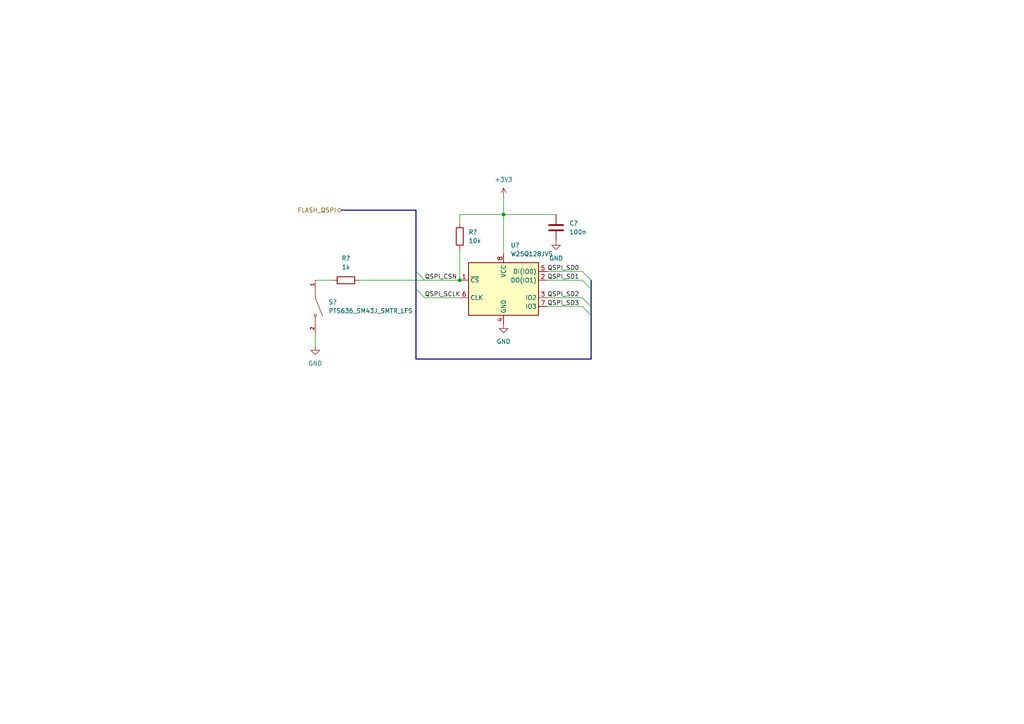
<source format=kicad_sch>
(kicad_sch (version 20211123) (generator eeschema)
  (paper "A4")
  (lib_symbols
    (symbol "Device:C" (pin_numbers hide) (pin_names (offset 0.254))
      (property "Reference" "C" (at 0.635 2.54 0))
      (property "Value" "C" (at 0.635 -2.54 0))
      (symbol "C_0_1"
        (polyline (pts (xy -2.032 -0.762) (xy 2.032 -0.762)) (stroke (width 0.508)))
        (polyline (pts (xy -2.032 0.762) (xy 2.032 0.762)) (stroke (width 0.508)))
      )
      (symbol "C_1_1"
        (pin passive line (at 0 3.81 270) (length 2.794) (name "~") (number "1"))
        (pin passive line (at 0 -3.81 90) (length 2.794) (name "~") (number "2"))
      )
    )
    (symbol "Device:R" (pin_numbers hide) (pin_names (offset 0))
      (property "Reference" "R" (at 2.032 0 90))
      (property "Value" "R" (at 0 0 90))
      (symbol "R_0_1"
        (rectangle (start -1.016 -2.54) (end 1.016 2.54) (stroke (width 0.254)))
      )
      (symbol "R_1_1"
        (pin passive line (at 0 3.81 270) (length 1.27) (name "~") (number "1"))
        (pin passive line (at 0 -3.81 90) (length 1.27) (name "~") (number "2"))
      )
    )
    (symbol "Memory_Flash:W25Q128JVS"
      (property "Reference" "U" (at -8.89 8.89 0))
      (property "Value" "W25Q128JVS" (at 7.62 8.89 0))
      (symbol "W25Q128JVS_0_1"
        (rectangle (start -10.16 7.62) (end 10.16 -7.62) (stroke (width 0.254)) (fill (type background)))
      )
      (symbol "W25Q128JVS_1_1"
        (pin input line (at -12.7 2.54 0) (length 2.54) (name "~{CS}") (number "1"))
        (pin bidirectional line (at 12.7 2.54 180) (length 2.54) (name "DO(IO1)") (number "2"))
        (pin bidirectional line (at 12.7 -2.54 180) (length 2.54) (name "IO2") (number "3"))
        (pin power_in line (at 0 -10.16 90) (length 2.54) (name "GND") (number "4"))
        (pin bidirectional line (at 12.7 5.08 180) (length 2.54) (name "DI(IO0)") (number "5"))
        (pin input line (at -12.7 -2.54 0) (length 2.54) (name "CLK") (number "6"))
        (pin bidirectional line (at 12.7 -5.08 180) (length 2.54) (name "IO3") (number "7"))
        (pin power_in line (at 0 10.16 270) (length 2.54) (name "VCC") (number "8"))
      )
    )
    (symbol "PTS636_SM43J_SMTR_LFS:PTS636_SM43J_SMTR_LFS" (pin_names (offset 1.016) hide)
      (property "Reference" "S" (at -2.54 2.54 0))
      (property "Value" "PTS636_SM43J_SMTR_LFS" (at -2.54 -2.54 0))
      (symbol "PTS636_SM43J_SMTR_LFS_0_0"
        (polyline (pts (xy -2.54 0) (xy -5.08 0)) (stroke (width 0.1524)))
        (polyline (pts (xy -2.54 0) (xy 2.794 2.1336)) (stroke (width 0.1524)))
        (polyline (pts (xy 5.08 0) (xy 2.921 0)) (stroke (width 0.1524)))
        (circle (center 2.54 0) (radius 0.3302) (stroke (width 0.1524)))
        (pin passive line (at -7.62 0 0) (length 2.54) (name "~") (number "1"))
        (pin passive line (at 7.62 0 180) (length 2.54) (name "~") (number "2"))
      )
    )
    (symbol "power:+3V3" (power) (pin_names (offset 0))
      (property "Value" "+3V3" (at 0 3.556 0))
      (symbol "+3V3_0_1"
        (polyline (pts (xy -0.762 1.27) (xy 0 2.54)))
        (polyline (pts (xy 0 0) (xy 0 2.54)))
        (polyline (pts (xy 0 2.54) (xy 0.762 1.27)))
      )
      (symbol "+3V3_1_1"
        (pin power_in line (at 0 0 90) (length 0) hide (name "+3V3") (number "1"))
      )
    )
    (symbol "power:GND" (power) (pin_names (offset 0))
      (property "Value" "GND" (at 0 -3.81 0))
      (symbol "GND_0_1"
        (polyline (pts (xy 0 0) (xy 0 -1.27) (xy 1.27 -1.27) (xy 0 -2.54) (xy -1.27 -1.27) (xy 0 -1.27)))
      )
      (symbol "GND_1_1"
        (pin power_in line (at 0 0 270) (length 0) hide (name "GND") (number "1"))
      )
    )
  )
  (junction (at 146.05 62.23))
  (junction (at 133.35 81.28))
  (bus_entry (at 168.91 81.28) (size 2.54 2.54))
  (bus_entry (at 168.91 78.74) (size 2.54 2.54))
  (bus_entry (at 168.91 86.36) (size 2.54 2.54))
  (bus_entry (at 120.65 78.74) (size 2.54 2.54))
  (bus_entry (at 120.65 83.82) (size 2.54 2.54))
  (bus_entry (at 168.91 88.9) (size 2.54 2.54))
  (wire (pts (xy 123.19 86.36) (xy 133.35 86.36)))
  (bus (pts (xy 120.65 60.96) (xy 120.65 78.74)))
  (bus (pts (xy 99.06 60.96) (xy 120.65 60.96)))
  (wire (pts (xy 104.14 81.28) (xy 123.19 81.28)))
  (wire (pts (xy 158.75 81.28) (xy 168.91 81.28)))
  (wire (pts (xy 133.35 62.23) (xy 146.05 62.23)))
  (wire (pts (xy 123.19 81.28) (xy 133.35 81.28)))
  (wire (pts (xy 133.35 64.77) (xy 133.35 62.23)))
  (wire (pts (xy 133.35 72.39) (xy 133.35 81.28)))
  (bus (pts (xy 120.65 78.74) (xy 120.65 83.82)))
  (bus (pts (xy 171.45 91.44) (xy 171.45 104.14)))
  (wire (pts (xy 146.05 62.23) (xy 146.05 57.15)))
  (bus (pts (xy 171.45 83.82) (xy 171.45 88.9)))
  (wire (pts (xy 91.44 96.52) (xy 91.44 100.33)))
  (bus (pts (xy 120.65 104.14) (xy 171.45 104.14)))
  (bus (pts (xy 120.65 83.82) (xy 120.65 104.14)))
  (wire (pts (xy 146.05 62.23) (xy 146.05 73.66)))
  (wire (pts (xy 158.75 88.9) (xy 168.91 88.9)))
  (bus (pts (xy 171.45 88.9) (xy 171.45 91.44)))
  (wire (pts (xy 146.05 62.23) (xy 161.29 62.23)))
  (wire (pts (xy 158.75 86.36) (xy 168.91 86.36)))
  (wire (pts (xy 158.75 78.74) (xy 168.91 78.74)))
  (wire (pts (xy 91.44 81.28) (xy 96.52 81.28)))
  (bus (pts (xy 171.45 81.28) (xy 171.45 83.82)))
  (label "QSPI_CSN" (at 123.19 81.28 0))
  (label "QSPI_SCLK" (at 123.19 86.36 0))
  (label "QSPI_SD3" (at 158.75 88.9 0))
  (label "QSPI_SD0" (at 158.75 78.74 0))
  (label "QSPI_SD1" (at 158.75 81.28 0))
  (label "QSPI_SD2" (at 158.75 86.36 0))
  (hierarchical_label "FLASH_QSPI" (shape bidirectional) (at 99.06 60.96 180))
  (symbol (lib_id "Device:R") (at 100.33 81.28 90) (unit 1)
    (property "Reference" "R?" (at 100.33 74.93 90))
    (property "Value" "1k" (at 100.33 77.47 90))
    (property "Footprint" "Resistor_SMD:R_0402_1005Metric_Pad0.72x0.64mm_HandSolder" (effects hide))
  )
  (symbol (lib_id "Device:R") (at 133.35 68.58 180) (unit 1)
    (property "Reference" "R?" (at 135.89 67.3099 0) (effects (justify right)))
    (property "Value" "10k" (at 135.89 69.8499 0) (effects (justify right)))
    (property "Footprint" "Resistor_SMD:R_0402_1005Metric_Pad0.72x0.64mm_HandSolder" (effects hide))
  )
  (symbol (lib_id "power:GND") (at 146.05 93.98 0) (unit 1)
    (property "Reference" "#PWR?" (effects hide))
    (property "Value" "GND" (at 146.05 99.06 0))
  )
  (symbol (lib_id "PTS636_SM43J_SMTR_LFS:PTS636_SM43J_SMTR_LFS") (at 91.44 88.9 270) (unit 1)
    (property "Reference" "S?" (at 95.25 87.6299 90) (effects (justify left)))
    (property "Value" "PTS636_SM43J_SMTR_LFS" (at 95.25 90.17 90) (effects (justify left)))
    (property "Footprint" "SW_PTS636_SM43J_SMTR_LFS" (effects hide))
    (property "PARTREV" "27 mar 19" (effects hide))
    (property "MANUFACTURER" "C&K" (effects hide))
    (property "STANDARD" "Manufacturer Recommendations" (effects hide))
    (property "MAXIMUM_PACKAGE_HEIGHT" "4.3 mm" (effects hide))
  )
  (symbol (lib_id "power:GND") (at 161.29 69.85 0) (unit 1)
    (property "Reference" "#PWR?" (effects hide))
    (property "Value" "GND" (at 161.29 74.93 0))
  )
  (symbol (lib_id "power:GND") (at 91.44 100.33 0) (unit 1)
    (property "Reference" "#PWR?" (effects hide))
    (property "Value" "GND" (at 91.44 105.41 0))
  )
  (symbol (lib_id "Device:C") (at 161.29 66.04 0) (unit 1)
    (property "Reference" "C?" (at 165.1 64.7699 0) (effects (justify left)))
    (property "Value" "100n" (at 165.1 67.3099 0) (effects (justify left)))
    (property "Footprint" "Capacitor_SMD:C_0402_1005Metric_Pad0.74x0.62mm_HandSolder" (effects hide))
  )
  (symbol (lib_id "Memory_Flash:W25Q128JVS") (at 146.05 83.82 0) (unit 1)
    (property "Reference" "U?" (at 148.0694 71.12 0) (effects (justify left)))
    (property "Value" "W25Q128JVS" (at 148.0694 73.66 0) (effects (justify left)))
    (property "Footprint" "Package_SO:SOIC-8_5.23x5.23mm_P1.27mm" (effects hide))
    (property "Datasheet" "http://www.winbond.com/resource-files/w25q128jv_dtr%20revc%2003272018%20plus.pdf" (effects hide))
  )
  (symbol (lib_id "power:+3V3") (at 146.05 57.15 0) (unit 1)
    (property "Reference" "#PWR?" (effects hide))
    (property "Value" "+3V3" (at 146.05 52.07 0))
  )
)
</source>
